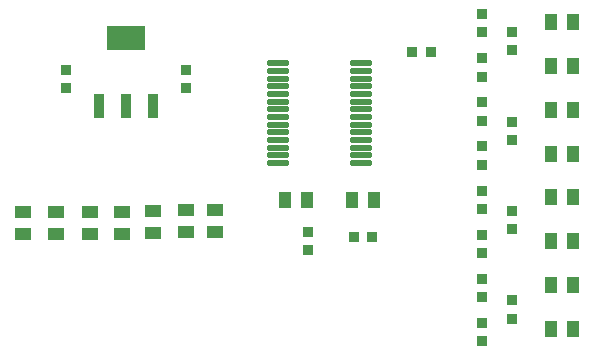
<source format=gtp>
G04*
G04 #@! TF.GenerationSoftware,Altium Limited,Altium Designer,20.0.13 (296)*
G04*
G04 Layer_Color=8421504*
%FSLAX25Y25*%
%MOIN*%
G70*
G01*
G75*
%ADD14R,0.05591X0.03937*%
%ADD15R,0.03819X0.03622*%
%ADD16R,0.03937X0.05591*%
%ADD17R,0.03622X0.03819*%
%ADD18O,0.07677X0.01968*%
%ADD19R,0.03543X0.08268*%
%ADD20R,0.12598X0.08268*%
D14*
X195000Y174181D02*
D03*
Y166819D02*
D03*
X216500Y174681D02*
D03*
Y167319D02*
D03*
X226000Y167319D02*
D03*
Y174681D02*
D03*
X205500Y167000D02*
D03*
Y174362D02*
D03*
X184500Y166819D02*
D03*
Y174181D02*
D03*
X173000Y166819D02*
D03*
X173000Y174181D02*
D03*
X162000Y166819D02*
D03*
Y174181D02*
D03*
D15*
X325000Y227949D02*
D03*
Y234051D02*
D03*
Y198138D02*
D03*
Y204240D02*
D03*
Y168327D02*
D03*
Y174430D02*
D03*
Y138516D02*
D03*
Y144619D02*
D03*
X315000Y175152D02*
D03*
Y181254D02*
D03*
Y166555D02*
D03*
Y160453D02*
D03*
Y145754D02*
D03*
Y151856D02*
D03*
Y137157D02*
D03*
Y131055D02*
D03*
X257000Y161449D02*
D03*
Y167551D02*
D03*
X315000Y233949D02*
D03*
Y240051D02*
D03*
Y225352D02*
D03*
Y219250D02*
D03*
Y204551D02*
D03*
Y210653D02*
D03*
Y195954D02*
D03*
Y189851D02*
D03*
X216500Y221551D02*
D03*
Y215449D02*
D03*
X176500Y221551D02*
D03*
Y215449D02*
D03*
D16*
X345362Y135000D02*
D03*
X338000D02*
D03*
X345362Y149643D02*
D03*
X338000D02*
D03*
X256827Y177957D02*
D03*
X249465D02*
D03*
X279210Y178000D02*
D03*
X271848D02*
D03*
X345362Y164286D02*
D03*
X338000D02*
D03*
X345362Y178928D02*
D03*
X338000D02*
D03*
X345362Y193571D02*
D03*
X338000D02*
D03*
X345362Y208214D02*
D03*
X338000D02*
D03*
X345362Y222857D02*
D03*
X338000D02*
D03*
X345362Y237500D02*
D03*
X338000Y237500D02*
D03*
D17*
X278580Y165846D02*
D03*
X272478D02*
D03*
X298051Y227500D02*
D03*
X291949D02*
D03*
D18*
X247319Y218575D02*
D03*
Y216016D02*
D03*
X247319Y213433D02*
D03*
Y210874D02*
D03*
X247319Y208315D02*
D03*
X247319Y205756D02*
D03*
X247319Y203197D02*
D03*
X247319Y200638D02*
D03*
X274681Y218575D02*
D03*
Y216016D02*
D03*
X274681Y213457D02*
D03*
X274681Y210898D02*
D03*
X274681Y208339D02*
D03*
X274681Y205780D02*
D03*
X274681Y203221D02*
D03*
X274681Y200661D02*
D03*
X274681Y198102D02*
D03*
X274681Y195543D02*
D03*
X274681Y192984D02*
D03*
Y190425D02*
D03*
X274681Y223693D02*
D03*
Y221134D02*
D03*
X247319Y223693D02*
D03*
Y221134D02*
D03*
Y198079D02*
D03*
X247319Y195520D02*
D03*
X247319Y192961D02*
D03*
X247319Y190401D02*
D03*
D19*
X187445Y209500D02*
D03*
X196500Y209500D02*
D03*
X205555Y209500D02*
D03*
D20*
X196500Y231941D02*
D03*
M02*

</source>
